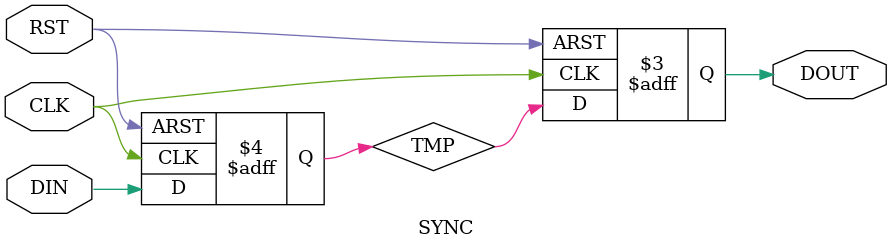
<source format=sv>
/***************************************************************************
 *** Filename: SYNC.sv				 Created by: Louis Tacata 04-19-2020 ***
 ***************************************************************************
 *** Module description of a scalable synchronizer.						 ***
 ***************************************************************************/
`timescale 1ns/1ps
module SYNC #(SIZE = 1) (
	input CLK, RST,
	input [SIZE-1:0] DIN,
	output reg [SIZE-1:0] DOUT
	);

	reg [SIZE-1:0] TMP;

	always_ff @ (posedge CLK, negedge RST) begin
		if (!RST) begin
			TMP <= 0;
			DOUT <= 0;
		end
		else begin
			TMP <= DIN;
			DOUT <= TMP;
		end
	end
endmodule
</source>
